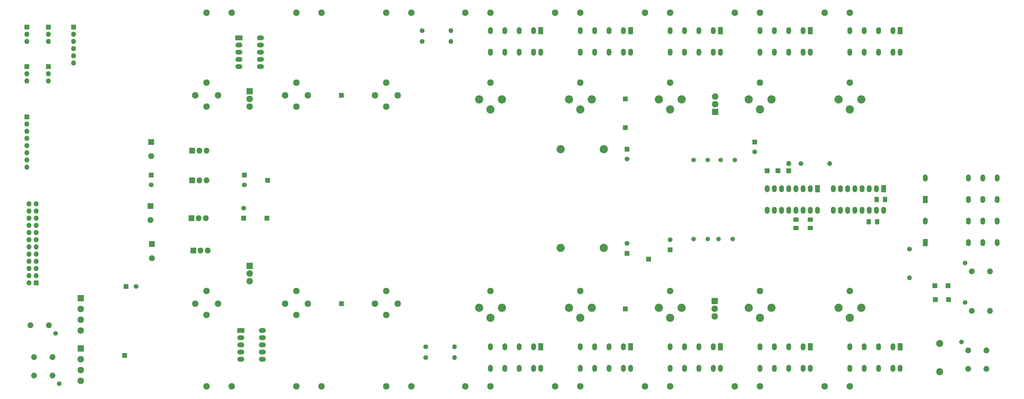
<source format=gbs>
%TF.GenerationSoftware,KiCad,Pcbnew,(5.1.6-0-10_14)*%
%TF.CreationDate,2021-04-04T14:44:52-05:00*%
%TF.ProjectId,preamp_controller1,70726561-6d70-45f6-936f-6e74726f6c6c,Rev. 01*%
%TF.SameCoordinates,Original*%
%TF.FileFunction,Soldermask,Bot*%
%TF.FilePolarity,Negative*%
%FSLAX46Y46*%
G04 Gerber Fmt 4.6, Leading zero omitted, Abs format (unit mm)*
G04 Created by KiCad (PCBNEW (5.1.6-0-10_14)) date 2021-04-04 14:44:52*
%MOMM*%
%LPD*%
G01*
G04 APERTURE LIST*
%ADD10C,2.300000*%
%ADD11R,1.800000X1.800000*%
%ADD12O,1.800000X1.800000*%
%ADD13C,2.050000*%
%ADD14C,1.650000*%
%ADD15C,2.900000*%
%ADD16R,2.100000X2.100000*%
%ADD17C,2.100000*%
%ADD18R,1.700000X1.700000*%
%ADD19C,1.700000*%
%ADD20C,1.600000*%
%ADD21R,2.300000X2.300000*%
%ADD22R,1.700000X2.500000*%
%ADD23O,1.700000X2.500000*%
%ADD24O,2.500000X1.700000*%
%ADD25R,2.500000X1.700000*%
%ADD26O,2.900000X2.900000*%
%ADD27O,1.700000X1.700000*%
%ADD28C,2.500000*%
%ADD29R,2.005000X2.100000*%
%ADD30O,2.005000X2.100000*%
G04 APERTURE END LIST*
D10*
%TO.C,J19*%
X-106680000Y-32330000D03*
X-106680000Y-40830000D03*
X-110680000Y-36830000D03*
X-102680000Y-36830000D03*
%TD*%
D11*
%TO.C,TP15*%
X155350000Y-30480000D03*
%TD*%
%TO.C,TP14*%
X155526000Y-35384000D03*
%TD*%
%TO.C,TP13*%
X150700000Y-30480000D03*
%TD*%
%TO.C,TP12*%
X150876000Y-35384000D03*
%TD*%
%TO.C,TP4*%
X-135636000Y-55118000D03*
%TD*%
%TO.C,J10*%
X-166878000Y-29464000D03*
D12*
X-169418000Y-29464000D03*
X-166878000Y-26924000D03*
X-169418000Y-26924000D03*
X-166878000Y-24384000D03*
X-169418000Y-24384000D03*
X-166878000Y-21844000D03*
X-169418000Y-21844000D03*
X-166878000Y-19304000D03*
X-169418000Y-19304000D03*
X-166878000Y-16764000D03*
X-169418000Y-16764000D03*
X-166878000Y-14224000D03*
X-169418000Y-14224000D03*
X-166878000Y-11684000D03*
X-169418000Y-11684000D03*
X-166878000Y-9144000D03*
X-169418000Y-9144000D03*
X-166878000Y-6604000D03*
X-169418000Y-6604000D03*
X-166878000Y-4064000D03*
X-169418000Y-4064000D03*
X-166878000Y-1524000D03*
X-169418000Y-1524000D03*
%TD*%
D13*
%TO.C,J1*%
X-167640000Y-62230000D03*
X-167640000Y-55730000D03*
X-161140000Y-62230000D03*
X-161140000Y-55730000D03*
D14*
X-158790000Y-65150000D03*
%TD*%
D10*
%TO.C,J29*%
X-106680000Y66040000D03*
X-97790000Y66040000D03*
%TD*%
%TO.C,J44*%
X-6350000Y41330000D03*
D15*
X-6350000Y31830000D03*
X-2350000Y35330000D03*
X-10350000Y35330000D03*
%TD*%
D10*
%TO.C,J17*%
X-43180000Y-32330000D03*
X-43180000Y-40830000D03*
X-47180000Y-36830000D03*
X-39180000Y-36830000D03*
%TD*%
%TO.C,J18*%
X-74930000Y-32330000D03*
X-74930000Y-40830000D03*
X-78930000Y-36830000D03*
X-70930000Y-36830000D03*
%TD*%
%TO.C,J23*%
X-43180000Y41330000D03*
X-43180000Y32830000D03*
X-47180000Y36830000D03*
X-39180000Y36830000D03*
%TD*%
%TO.C,J24*%
X-74930000Y41330000D03*
X-74930000Y32830000D03*
X-78930000Y36830000D03*
X-70930000Y36830000D03*
%TD*%
%TO.C,J25*%
X-106680000Y41330000D03*
X-106680000Y32830000D03*
X-110680000Y36830000D03*
X-102680000Y36830000D03*
%TD*%
%TO.C,J35*%
X120650000Y-32330000D03*
D15*
X120650000Y-41830000D03*
X124650000Y-38330000D03*
X116650000Y-38330000D03*
%TD*%
D10*
%TO.C,J36*%
X88900000Y-32330000D03*
D15*
X88900000Y-41830000D03*
X92900000Y-38330000D03*
X84900000Y-38330000D03*
%TD*%
D10*
%TO.C,J37*%
X57150000Y-32330000D03*
D15*
X57150000Y-41830000D03*
X61150000Y-38330000D03*
X53150000Y-38330000D03*
%TD*%
D10*
%TO.C,J38*%
X25400000Y-32330000D03*
D15*
X25400000Y-41830000D03*
X29400000Y-38330000D03*
X21400000Y-38330000D03*
%TD*%
D10*
%TO.C,J39*%
X-6350000Y-32330000D03*
D15*
X-6350000Y-41830000D03*
X-2350000Y-38330000D03*
X-10350000Y-38330000D03*
%TD*%
D10*
%TO.C,J40*%
X120650000Y41330000D03*
D15*
X120650000Y31830000D03*
X124650000Y35330000D03*
X116650000Y35330000D03*
%TD*%
D10*
%TO.C,J41*%
X88900000Y41330000D03*
D15*
X88900000Y31830000D03*
X92900000Y35330000D03*
X84900000Y35330000D03*
%TD*%
D10*
%TO.C,J42*%
X57150000Y41330000D03*
D15*
X57150000Y31830000D03*
X61150000Y35330000D03*
X53150000Y35330000D03*
%TD*%
D10*
%TO.C,J43*%
X25400000Y41330000D03*
D15*
X25400000Y31830000D03*
X29400000Y35330000D03*
X21400000Y35330000D03*
%TD*%
D16*
%TO.C,C1*%
X-126492000Y-2286000D03*
D17*
X-126492000Y-7286000D03*
%TD*%
%TO.C,C2*%
X-126238000Y15320000D03*
D16*
X-126238000Y20320000D03*
%TD*%
%TO.C,C3*%
X-125984000Y-15748000D03*
D17*
X-125984000Y-20748000D03*
%TD*%
D18*
%TO.C,C4*%
X-126238000Y8636000D03*
D19*
X-126238000Y5136000D03*
%TD*%
D18*
%TO.C,C5*%
X41910000Y-19050000D03*
D19*
X41910000Y-15550000D03*
%TD*%
%TO.C,C6*%
X-93599000Y-3104000D03*
D18*
X-93599000Y-6604000D03*
%TD*%
%TO.C,C7*%
X41910000Y17780000D03*
D19*
X41910000Y14280000D03*
%TD*%
%TO.C,C8*%
X-93345000Y5136000D03*
D18*
X-93345000Y8636000D03*
%TD*%
D19*
%TO.C,C11*%
X-131628000Y-30734000D03*
D18*
X-135128000Y-30734000D03*
%TD*%
D20*
%TO.C,C12*%
X74208000Y-13970000D03*
X79208000Y-13970000D03*
%TD*%
%TO.C,C13*%
X65445000Y-13970000D03*
X70445000Y-13970000D03*
%TD*%
%TO.C,C14*%
X65445000Y13970000D03*
X70445000Y13970000D03*
%TD*%
%TO.C,C15*%
X74970000Y13970000D03*
X79970000Y13970000D03*
%TD*%
D19*
%TO.C,C20*%
X57150000Y-14280000D03*
D18*
X57150000Y-17780000D03*
%TD*%
%TO.C,C23*%
X86995000Y20320000D03*
D19*
X86995000Y16820000D03*
%TD*%
%TO.C,C26*%
G36*
G01*
X129322000Y-657456D02*
X129322000Y657456D01*
G75*
G02*
X129589544Y925000I267544J0D01*
G01*
X130579456Y925000D01*
G75*
G02*
X130847000Y657456I0J-267544D01*
G01*
X130847000Y-657456D01*
G75*
G02*
X130579456Y-925000I-267544J0D01*
G01*
X129589544Y-925000D01*
G75*
G02*
X129322000Y-657456I0J267544D01*
G01*
G37*
G36*
G01*
X132297000Y-657456D02*
X132297000Y657456D01*
G75*
G02*
X132564544Y925000I267544J0D01*
G01*
X133554456Y925000D01*
G75*
G02*
X133822000Y657456I0J-267544D01*
G01*
X133822000Y-657456D01*
G75*
G02*
X133554456Y-925000I-267544J0D01*
G01*
X132564544Y-925000D01*
G75*
G02*
X132297000Y-657456I0J267544D01*
G01*
G37*
%TD*%
%TO.C,C27*%
G36*
G01*
X106022544Y-9361000D02*
X107337456Y-9361000D01*
G75*
G02*
X107605000Y-9628544I0J-267544D01*
G01*
X107605000Y-10618456D01*
G75*
G02*
X107337456Y-10886000I-267544J0D01*
G01*
X106022544Y-10886000D01*
G75*
G02*
X105755000Y-10618456I0J267544D01*
G01*
X105755000Y-9628544D01*
G75*
G02*
X106022544Y-9361000I267544J0D01*
G01*
G37*
G36*
G01*
X106022544Y-6386000D02*
X107337456Y-6386000D01*
G75*
G02*
X107605000Y-6653544I0J-267544D01*
G01*
X107605000Y-7643456D01*
G75*
G02*
X107337456Y-7911000I-267544J0D01*
G01*
X106022544Y-7911000D01*
G75*
G02*
X105755000Y-7643456I0J267544D01*
G01*
X105755000Y-6653544D01*
G75*
G02*
X106022544Y-6386000I267544J0D01*
G01*
G37*
%TD*%
D14*
%TO.C,J2*%
X-160060000Y-47370000D03*
D13*
X-162410000Y-44450000D03*
X-168910000Y-44450000D03*
%TD*%
D14*
%TO.C,J3*%
X160060000Y-50420000D03*
D13*
X162410000Y-59840000D03*
X162410000Y-53340000D03*
X168910000Y-59840000D03*
X168910000Y-53340000D03*
%TD*%
%TO.C,J4*%
X170180000Y-39370000D03*
X163680000Y-39370000D03*
D14*
X161330000Y-36450000D03*
%TD*%
%TO.C,J5*%
X161330000Y-22480000D03*
D13*
X163680000Y-25400000D03*
X170180000Y-25400000D03*
%TD*%
D12*
%TO.C,J6*%
X-170180000Y55880000D03*
X-170180000Y58420000D03*
D11*
X-170180000Y60960000D03*
%TD*%
%TO.C,J7*%
X-170180000Y46990000D03*
D12*
X-170180000Y44450000D03*
X-170180000Y41910000D03*
%TD*%
%TO.C,J8*%
X-162560000Y55880000D03*
X-162560000Y58420000D03*
D11*
X-162560000Y60960000D03*
%TD*%
%TO.C,J9*%
X-162560000Y46990000D03*
D12*
X-162560000Y44450000D03*
X-162560000Y41910000D03*
%TD*%
D10*
%TO.C,J11*%
X72898000Y-41308000D03*
X72898000Y-38608000D03*
D21*
X72898000Y-35908000D03*
%TD*%
D10*
%TO.C,J12*%
X73025000Y36355000D03*
X73025000Y33655000D03*
D21*
X73025000Y30955000D03*
%TD*%
%TO.C,J13*%
X-91440000Y-23495000D03*
D10*
X-91440000Y-26195000D03*
X-91440000Y-28895000D03*
%TD*%
D21*
%TO.C,J14*%
X-91440000Y38260000D03*
D10*
X-91440000Y35560000D03*
X-91440000Y32860000D03*
%TD*%
D11*
%TO.C,J15*%
X99060000Y10160000D03*
D12*
X99060000Y12700000D03*
%TD*%
D11*
%TO.C,J16*%
X-170180000Y29210000D03*
D12*
X-170180000Y26670000D03*
X-170180000Y24130000D03*
X-170180000Y21590000D03*
X-170180000Y19050000D03*
X-170180000Y16510000D03*
X-170180000Y13970000D03*
X-170180000Y11430000D03*
%TD*%
D10*
%TO.C,J20*%
X-43180000Y-66040000D03*
X-34290000Y-66040000D03*
%TD*%
%TO.C,J21*%
X-74930000Y-66040000D03*
X-66040000Y-66040000D03*
%TD*%
%TO.C,J22*%
X-97790000Y-66040000D03*
X-106680000Y-66040000D03*
%TD*%
D11*
%TO.C,J26*%
X-153670000Y60960000D03*
D12*
X-153670000Y58420000D03*
X-153670000Y55880000D03*
X-153670000Y53340000D03*
X-153670000Y50800000D03*
X-153670000Y48260000D03*
%TD*%
D10*
%TO.C,J27*%
X-34290000Y66040000D03*
X-43180000Y66040000D03*
%TD*%
%TO.C,J28*%
X-66040000Y66040000D03*
X-74930000Y66040000D03*
%TD*%
%TO.C,J30*%
X-15240000Y-66040000D03*
X-6350000Y-66040000D03*
%TD*%
%TO.C,J31*%
X88900000Y-66040000D03*
X80010000Y-66040000D03*
%TD*%
%TO.C,J32*%
X48260000Y-66040000D03*
X57150000Y-66040000D03*
%TD*%
%TO.C,J33*%
X25400000Y-66040000D03*
X16510000Y-66040000D03*
%TD*%
%TO.C,J34*%
X111760000Y-66040000D03*
X120650000Y-66040000D03*
%TD*%
%TO.C,J45*%
X120650000Y66040000D03*
X111760000Y66040000D03*
%TD*%
%TO.C,J46*%
X80010000Y66040000D03*
X88900000Y66040000D03*
%TD*%
%TO.C,J47*%
X57150000Y66040000D03*
X48260000Y66040000D03*
%TD*%
%TO.C,J48*%
X16510000Y66040000D03*
X25400000Y66040000D03*
%TD*%
%TO.C,J49*%
X-6350000Y66040000D03*
X-15240000Y66040000D03*
%TD*%
D22*
%TO.C,K1*%
X147320000Y0D03*
D23*
X167640000Y7620000D03*
X167640000Y0D03*
X172720000Y0D03*
X162560000Y7620000D03*
X172720000Y7620000D03*
X147320000Y7620000D03*
X162560000Y0D03*
%TD*%
D24*
%TO.C,K2*%
X-94615000Y-56515000D03*
X-86995000Y-48895000D03*
X-94615000Y-53975000D03*
X-86995000Y-51435000D03*
X-94615000Y-51435000D03*
X-86995000Y-53975000D03*
X-94615000Y-48895000D03*
X-86995000Y-46355000D03*
D25*
X-94615000Y-46355000D03*
D24*
X-86995000Y-56515000D03*
%TD*%
D23*
%TO.C,K3*%
X162560000Y-15240000D03*
X147320000Y-7620000D03*
X172720000Y-7620000D03*
X162560000Y-7620000D03*
X172720000Y-15240000D03*
X167640000Y-15240000D03*
X167640000Y-7620000D03*
D22*
X147320000Y-15240000D03*
%TD*%
D24*
%TO.C,K4*%
X-87630000Y46990000D03*
D25*
X-95250000Y57150000D03*
D24*
X-87630000Y57150000D03*
X-95250000Y54610000D03*
X-87630000Y49530000D03*
X-95250000Y52070000D03*
X-87630000Y52070000D03*
X-95250000Y49530000D03*
X-87630000Y54610000D03*
X-95250000Y46990000D03*
%TD*%
D23*
%TO.C,K5*%
X120650000Y-59690000D03*
X135890000Y-52070000D03*
X125730000Y-59690000D03*
X130810000Y-52070000D03*
X130810000Y-59690000D03*
X125730000Y-52070000D03*
X135890000Y-59690000D03*
X120650000Y-52070000D03*
X138430000Y-59690000D03*
D22*
X138430000Y-52070000D03*
%TD*%
%TO.C,K6*%
X106680000Y-52070000D03*
D23*
X106680000Y-59690000D03*
X88900000Y-52070000D03*
X104140000Y-59690000D03*
X93980000Y-52070000D03*
X99060000Y-59690000D03*
X99060000Y-52070000D03*
X93980000Y-59690000D03*
X104140000Y-52070000D03*
X88900000Y-59690000D03*
%TD*%
%TO.C,K7*%
X57150000Y-59690000D03*
X72390000Y-52070000D03*
X62230000Y-59690000D03*
X67310000Y-52070000D03*
X67310000Y-59690000D03*
X62230000Y-52070000D03*
X72390000Y-59690000D03*
X57150000Y-52070000D03*
X74930000Y-59690000D03*
D22*
X74930000Y-52070000D03*
%TD*%
%TO.C,K8*%
X43180000Y-52070000D03*
D23*
X43180000Y-59690000D03*
X25400000Y-52070000D03*
X40640000Y-59690000D03*
X30480000Y-52070000D03*
X35560000Y-59690000D03*
X35560000Y-52070000D03*
X30480000Y-59690000D03*
X40640000Y-52070000D03*
X25400000Y-59690000D03*
%TD*%
%TO.C,K9*%
X-6350000Y-59690000D03*
X8890000Y-52070000D03*
X-1270000Y-59690000D03*
X3810000Y-52070000D03*
X3810000Y-59690000D03*
X-1270000Y-52070000D03*
X8890000Y-59690000D03*
X-6350000Y-52070000D03*
X11430000Y-59690000D03*
D22*
X11430000Y-52070000D03*
%TD*%
%TO.C,K10*%
X138430000Y59690000D03*
D23*
X138430000Y52070000D03*
X120650000Y59690000D03*
X135890000Y52070000D03*
X125730000Y59690000D03*
X130810000Y52070000D03*
X130810000Y59690000D03*
X125730000Y52070000D03*
X135890000Y59690000D03*
X120650000Y52070000D03*
%TD*%
%TO.C,K11*%
X88900000Y52070000D03*
X104140000Y59690000D03*
X93980000Y52070000D03*
X99060000Y59690000D03*
X99060000Y52070000D03*
X93980000Y59690000D03*
X104140000Y52070000D03*
X88900000Y59690000D03*
X106680000Y52070000D03*
D22*
X106680000Y59690000D03*
%TD*%
%TO.C,K12*%
X74930000Y59690000D03*
D23*
X74930000Y52070000D03*
X57150000Y59690000D03*
X72390000Y52070000D03*
X62230000Y59690000D03*
X67310000Y52070000D03*
X67310000Y59690000D03*
X62230000Y52070000D03*
X72390000Y59690000D03*
X57150000Y52070000D03*
%TD*%
%TO.C,K13*%
X25400000Y52070000D03*
X40640000Y59690000D03*
X30480000Y52070000D03*
X35560000Y59690000D03*
X35560000Y52070000D03*
X30480000Y59690000D03*
X40640000Y52070000D03*
X25400000Y59690000D03*
X43180000Y52070000D03*
D22*
X43180000Y59690000D03*
%TD*%
%TO.C,K14*%
X11430000Y59690000D03*
D23*
X11430000Y52070000D03*
X-6350000Y59690000D03*
X8890000Y52070000D03*
X-1270000Y59690000D03*
X3810000Y52070000D03*
X3810000Y59690000D03*
X-1270000Y52070000D03*
X8890000Y59690000D03*
X-6350000Y52070000D03*
%TD*%
D15*
%TO.C,R1*%
X33655000Y-17145000D03*
D26*
X18415000Y-17145000D03*
%TD*%
%TO.C,R2*%
X18415000Y17780000D03*
D15*
X33655000Y17780000D03*
%TD*%
D27*
%TO.C,R13*%
X113538000Y12700000D03*
D19*
X103378000Y12700000D03*
%TD*%
%TO.C,R16*%
X-29210000Y-55880000D03*
D27*
X-19050000Y-55880000D03*
%TD*%
%TO.C,R19*%
X-19050000Y-52070000D03*
D19*
X-29210000Y-52070000D03*
%TD*%
%TO.C,R20*%
X-30480000Y55880000D03*
D27*
X-20320000Y55880000D03*
%TD*%
%TO.C,R21*%
X-20320000Y59690000D03*
D19*
X-30480000Y59690000D03*
%TD*%
D28*
%TO.C,R36*%
X152400000Y-60880000D03*
X152400000Y-50880000D03*
%TD*%
D19*
%TO.C,R37*%
X141732000Y-17526000D03*
D27*
X141732000Y-27686000D03*
%TD*%
D11*
%TO.C,TP1*%
X-85344000Y-6604000D03*
%TD*%
%TO.C,TP2*%
X-85090000Y6731000D03*
%TD*%
%TO.C,TP3*%
X41275000Y25400000D03*
%TD*%
%TO.C,TP5*%
X49530000Y-21082000D03*
%TD*%
%TO.C,TP6*%
X41275000Y-38735000D03*
%TD*%
%TO.C,TP7*%
X-59055000Y36830000D03*
%TD*%
%TO.C,TP8*%
X41275000Y35560000D03*
%TD*%
%TO.C,TP9*%
X-59055000Y-36830000D03*
%TD*%
%TO.C,TP10*%
X95250000Y10160000D03*
%TD*%
%TO.C,TP11*%
X91440000Y10160000D03*
%TD*%
D21*
%TO.C,U1*%
X-151130000Y-52705000D03*
D10*
X-151130000Y-56515000D03*
X-151130000Y-60325000D03*
X-151130000Y-64135000D03*
%TD*%
%TO.C,U2*%
X-151130000Y-46355000D03*
X-151130000Y-42545000D03*
X-151130000Y-38735000D03*
D21*
X-151130000Y-34925000D03*
%TD*%
D29*
%TO.C,U3*%
X-111379000Y-18034000D03*
D30*
X-108839000Y-18034000D03*
X-106299000Y-18034000D03*
%TD*%
%TO.C,U4*%
X-106934000Y-6604000D03*
X-109474000Y-6604000D03*
D29*
X-112014000Y-6604000D03*
%TD*%
D30*
%TO.C,U5*%
X-106680000Y17272000D03*
X-109220000Y17272000D03*
D29*
X-111760000Y17272000D03*
%TD*%
%TO.C,U6*%
X-111760000Y6731000D03*
D30*
X-109220000Y6731000D03*
X-106680000Y6731000D03*
%TD*%
D22*
%TO.C,U10*%
X109220000Y3810000D03*
D23*
X91440000Y-3810000D03*
X106680000Y3810000D03*
X93980000Y-3810000D03*
X104140000Y3810000D03*
X96520000Y-3810000D03*
X101600000Y3810000D03*
X99060000Y-3810000D03*
X99060000Y3810000D03*
X101600000Y-3810000D03*
X96520000Y3810000D03*
X104140000Y-3810000D03*
X93980000Y3810000D03*
X106680000Y-3810000D03*
X91440000Y3810000D03*
X109220000Y-3810000D03*
%TD*%
%TO.C,U11*%
X132588000Y-3810000D03*
X114808000Y3810000D03*
X130048000Y-3810000D03*
X117348000Y3810000D03*
X127508000Y-3810000D03*
X119888000Y3810000D03*
X124968000Y-3810000D03*
X122428000Y3810000D03*
X122428000Y-3810000D03*
X124968000Y3810000D03*
X119888000Y-3810000D03*
X127508000Y3810000D03*
X117348000Y-3810000D03*
X130048000Y3810000D03*
X114808000Y-3810000D03*
D22*
X132588000Y3810000D03*
%TD*%
%TO.C,C35*%
G36*
G01*
X129503000Y-8531456D02*
X129503000Y-7216544D01*
G75*
G02*
X129770544Y-6949000I267544J0D01*
G01*
X130760456Y-6949000D01*
G75*
G02*
X131028000Y-7216544I0J-267544D01*
G01*
X131028000Y-8531456D01*
G75*
G02*
X130760456Y-8799000I-267544J0D01*
G01*
X129770544Y-8799000D01*
G75*
G02*
X129503000Y-8531456I0J267544D01*
G01*
G37*
G36*
G01*
X126528000Y-8531456D02*
X126528000Y-7216544D01*
G75*
G02*
X126795544Y-6949000I267544J0D01*
G01*
X127785456Y-6949000D01*
G75*
G02*
X128053000Y-7216544I0J-267544D01*
G01*
X128053000Y-8531456D01*
G75*
G02*
X127785456Y-8799000I-267544J0D01*
G01*
X126795544Y-8799000D01*
G75*
G02*
X126528000Y-8531456I0J267544D01*
G01*
G37*
%TD*%
%TO.C,C36*%
G36*
G01*
X100942544Y-6386000D02*
X102257456Y-6386000D01*
G75*
G02*
X102525000Y-6653544I0J-267544D01*
G01*
X102525000Y-7643456D01*
G75*
G02*
X102257456Y-7911000I-267544J0D01*
G01*
X100942544Y-7911000D01*
G75*
G02*
X100675000Y-7643456I0J267544D01*
G01*
X100675000Y-6653544D01*
G75*
G02*
X100942544Y-6386000I267544J0D01*
G01*
G37*
G36*
G01*
X100942544Y-9361000D02*
X102257456Y-9361000D01*
G75*
G02*
X102525000Y-9628544I0J-267544D01*
G01*
X102525000Y-10618456D01*
G75*
G02*
X102257456Y-10886000I-267544J0D01*
G01*
X100942544Y-10886000D01*
G75*
G02*
X100675000Y-10618456I0J267544D01*
G01*
X100675000Y-9628544D01*
G75*
G02*
X100942544Y-9361000I267544J0D01*
G01*
G37*
%TD*%
M02*

</source>
